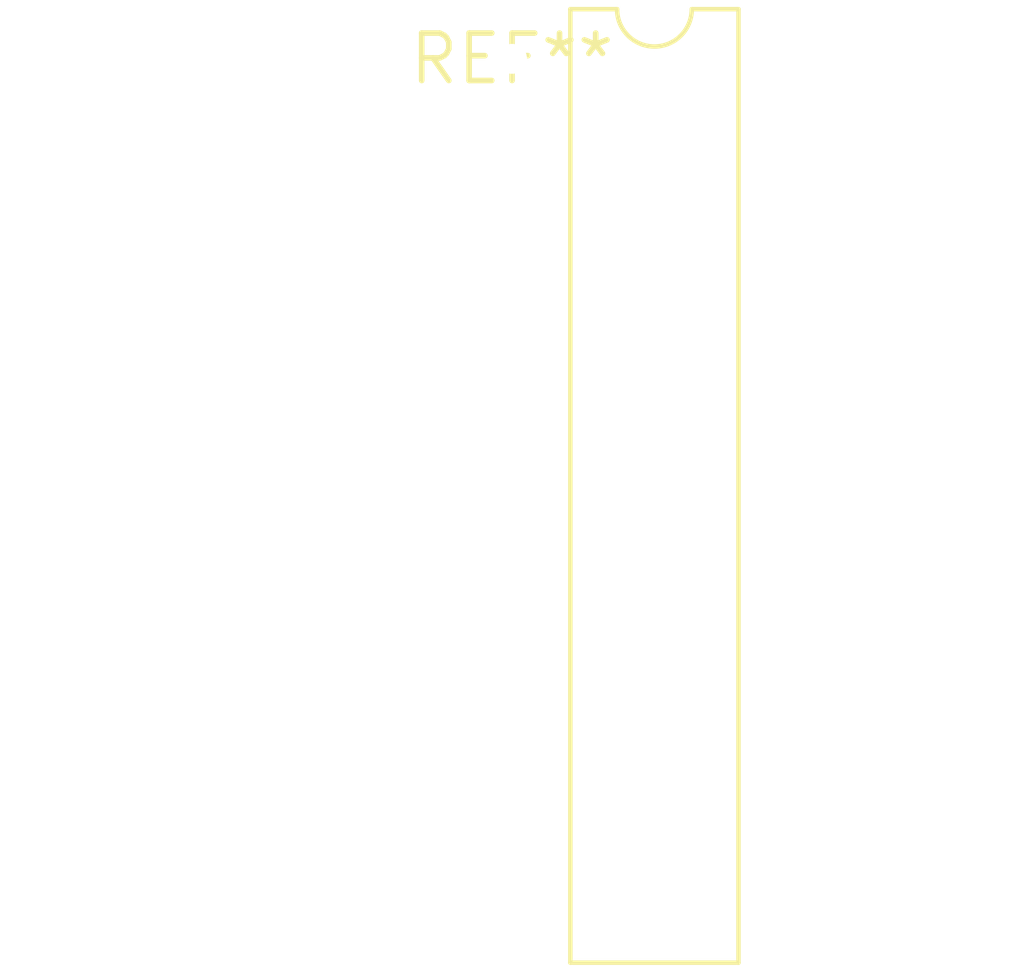
<source format=kicad_pcb>
(kicad_pcb (version 20240108) (generator pcbnew)
  (layers (0 "F.Cu" signal) (31 "B.Cu" signal) (34 "B.Paste" user) (35 "F.Paste" user) (36 "B.SilkS" user "B.Silkscreen") (37 "F.SilkS" user "F.Silkscreen") (38 "B.Mask" user) (39 "F.Mask" user) (44 "Edge.Cuts" user))
  (net 0 "")
  (footprint "DIP-20_W7.62mm_LongPads" (layer "F.Cu") (at 0 0)
    (property "Reference" "REF**")
    (property "Value" "DIP-20_W7.62mm_LongPads")
    (fp_line (start 1.56 -1.33) (end 1.56 24.19) (layer "F.SilkS") (stroke (width 0.12)))
    (fp_line (start 1.56 24.19) (end 6.06 24.19) (layer "F.SilkS") (stroke (width 0.12)))
    (fp_line (start 2.81 -1.33) (end 1.56 -1.33) (layer "F.SilkS") (stroke (width 0.12)))
    (fp_line (start 6.06 -1.33) (end 4.81 -1.33) (layer "F.SilkS") (stroke (width 0.12)))
    (fp_line (start 6.06 24.19) (end 6.06 -1.33) (layer "F.SilkS") (stroke (width 0.12)))
    (fp_arc (start 4.81 -1.33) (mid 3.81 -0.33) (end 2.81 -1.33) (layer "F.SilkS") (stroke (width 0.12)))
    (pad "1" thru_hole rect (at 0 0) (size 2.4 1.6) (drill 0.8) (layers *.Cu *.Mask) (remove_unused_layers))
    (pad "2" thru_hole oval (at 0 2.54) (size 2.4 1.6) (drill 0.8) (layers *.Cu *.Mask) (remove_unused_layers))
    (pad "3" thru_hole oval (at 0 5.08) (size 2.4 1.6) (drill 0.8) (layers *.Cu *.Mask) (remove_unused_layers))
    (pad "4" thru_hole oval (at 0 7.62) (size 2.4 1.6) (drill 0.8) (layers *.Cu *.Mask) (remove_unused_layers))
    (pad "5" thru_hole oval (at 0 10.16) (size 2.4 1.6) (drill 0.8) (layers *.Cu *.Mask) (remove_unused_layers))
    (pad "6" thru_hole oval (at 0 12.7) (size 2.4 1.6) (drill 0.8) (layers *.Cu *.Mask) (remove_unused_layers))
    (pad "7" thru_hole oval (at 0 15.24) (size 2.4 1.6) (drill 0.8) (layers *.Cu *.Mask) (remove_unused_layers))
    (pad "8" thru_hole oval (at 0 17.78) (size 2.4 1.6) (drill 0.8) (layers *.Cu *.Mask) (remove_unused_layers))
    (pad "9" thru_hole oval (at 0 20.32) (size 2.4 1.6) (drill 0.8) (layers *.Cu *.Mask) (remove_unused_layers))
    (pad "10" thru_hole oval (at 0 22.86) (size 2.4 1.6) (drill 0.8) (layers *.Cu *.Mask) (remove_unused_layers))
    (pad "11" thru_hole oval (at 7.62 22.86) (size 2.4 1.6) (drill 0.8) (layers *.Cu *.Mask) (remove_unused_layers))
    (pad "12" thru_hole oval (at 7.62 20.32) (size 2.4 1.6) (drill 0.8) (layers *.Cu *.Mask) (remove_unused_layers))
    (pad "13" thru_hole oval (at 7.62 17.78) (size 2.4 1.6) (drill 0.8) (layers *.Cu *.Mask) (remove_unused_layers))
    (pad "14" thru_hole oval (at 7.62 15.24) (size 2.4 1.6) (drill 0.8) (layers *.Cu *.Mask) (remove_unused_layers))
    (pad "15" thru_hole oval (at 7.62 12.7) (size 2.4 1.6) (drill 0.8) (layers *.Cu *.Mask) (remove_unused_layers))
    (pad "16" thru_hole oval (at 7.62 10.16) (size 2.4 1.6) (drill 0.8) (layers *.Cu *.Mask) (remove_unused_layers))
    (pad "17" thru_hole oval (at 7.62 7.62) (size 2.4 1.6) (drill 0.8) (layers *.Cu *.Mask) (remove_unused_layers))
    (pad "18" thru_hole oval (at 7.62 5.08) (size 2.4 1.6) (drill 0.8) (layers *.Cu *.Mask) (remove_unused_layers))
    (pad "19" thru_hole oval (at 7.62 2.54) (size 2.4 1.6) (drill 0.8) (layers *.Cu *.Mask) (remove_unused_layers))
    (pad "20" thru_hole oval (at 7.62 0) (size 2.4 1.6) (drill 0.8) (layers *.Cu *.Mask) (remove_unused_layers))
  )
)
</source>
